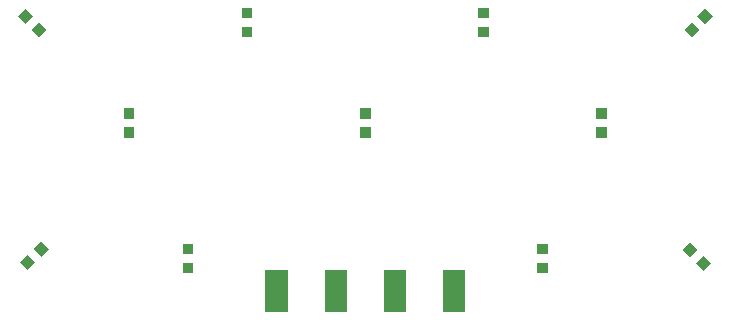
<source format=gts>
G04 #@! TF.GenerationSoftware,KiCad,Pcbnew,(5.0.2)-1*
G04 #@! TF.CreationDate,2019-01-07T22:52:12+09:00*
G04 #@! TF.ProjectId,Grass,47726173-732e-46b6-9963-61645f706362,rev?*
G04 #@! TF.SameCoordinates,Original*
G04 #@! TF.FileFunction,Soldermask,Top*
G04 #@! TF.FilePolarity,Negative*
%FSLAX46Y46*%
G04 Gerber Fmt 4.6, Leading zero omitted, Abs format (unit mm)*
G04 Created by KiCad (PCBNEW (5.0.2)-1) date 2019/01/07 22:52:12*
%MOMM*%
%LPD*%
G01*
G04 APERTURE LIST*
%ADD10C,0.100000*%
G04 APERTURE END LIST*
D10*
G36*
X128451000Y-152751000D02*
X126549000Y-152751000D01*
X126549000Y-149249000D01*
X128451000Y-149249000D01*
X128451000Y-152751000D01*
X128451000Y-152751000D01*
G37*
G36*
X123451000Y-152751000D02*
X121549000Y-152751000D01*
X121549000Y-149249000D01*
X123451000Y-149249000D01*
X123451000Y-152751000D01*
X123451000Y-152751000D01*
G37*
G36*
X138451000Y-152751000D02*
X136549000Y-152751000D01*
X136549000Y-149249000D01*
X138451000Y-149249000D01*
X138451000Y-152751000D01*
X138451000Y-152751000D01*
G37*
G36*
X133451000Y-152751000D02*
X131549000Y-152751000D01*
X131549000Y-149249000D01*
X133451000Y-149249000D01*
X133451000Y-152751000D01*
X133451000Y-152751000D01*
G37*
G36*
X115451000Y-149501000D02*
X114549000Y-149501000D01*
X114549000Y-148599000D01*
X115451000Y-148599000D01*
X115451000Y-149501000D01*
X115451000Y-149501000D01*
G37*
G36*
X145451000Y-149501000D02*
X144549000Y-149501000D01*
X144549000Y-148599000D01*
X145451000Y-148599000D01*
X145451000Y-149501000D01*
X145451000Y-149501000D01*
G37*
G36*
X159269181Y-148631370D02*
X158631370Y-149269181D01*
X157993559Y-148631370D01*
X158631370Y-147993559D01*
X159269181Y-148631370D01*
X159269181Y-148631370D01*
G37*
G36*
X102072126Y-148565685D02*
X101434315Y-149203496D01*
X100796504Y-148565685D01*
X101434315Y-147927874D01*
X102072126Y-148565685D01*
X102072126Y-148565685D01*
G37*
G36*
X158137811Y-147500000D02*
X157500000Y-148137811D01*
X156862189Y-147500000D01*
X157500000Y-146862189D01*
X158137811Y-147500000D01*
X158137811Y-147500000D01*
G37*
G36*
X103203496Y-147434315D02*
X102565685Y-148072126D01*
X101927874Y-147434315D01*
X102565685Y-146796504D01*
X103203496Y-147434315D01*
X103203496Y-147434315D01*
G37*
G36*
X145451000Y-147901000D02*
X144549000Y-147901000D01*
X144549000Y-146999000D01*
X145451000Y-146999000D01*
X145451000Y-147901000D01*
X145451000Y-147901000D01*
G37*
G36*
X115451000Y-147901000D02*
X114549000Y-147901000D01*
X114549000Y-146999000D01*
X115451000Y-146999000D01*
X115451000Y-147901000D01*
X115451000Y-147901000D01*
G37*
G36*
X150451000Y-138001000D02*
X149549000Y-138001000D01*
X149549000Y-137099000D01*
X150451000Y-137099000D01*
X150451000Y-138001000D01*
X150451000Y-138001000D01*
G37*
G36*
X110451000Y-138001000D02*
X109549000Y-138001000D01*
X109549000Y-137099000D01*
X110451000Y-137099000D01*
X110451000Y-138001000D01*
X110451000Y-138001000D01*
G37*
G36*
X130451000Y-138001000D02*
X129549000Y-138001000D01*
X129549000Y-137099000D01*
X130451000Y-137099000D01*
X130451000Y-138001000D01*
X130451000Y-138001000D01*
G37*
G36*
X130451000Y-136401000D02*
X129549000Y-136401000D01*
X129549000Y-135499000D01*
X130451000Y-135499000D01*
X130451000Y-136401000D01*
X130451000Y-136401000D01*
G37*
G36*
X150451000Y-136401000D02*
X149549000Y-136401000D01*
X149549000Y-135499000D01*
X150451000Y-135499000D01*
X150451000Y-136401000D01*
X150451000Y-136401000D01*
G37*
G36*
X110451000Y-136401000D02*
X109549000Y-136401000D01*
X109549000Y-135499000D01*
X110451000Y-135499000D01*
X110451000Y-136401000D01*
X110451000Y-136401000D01*
G37*
G36*
X103003496Y-128865685D02*
X102365685Y-129503496D01*
X101727874Y-128865685D01*
X102365685Y-128227874D01*
X103003496Y-128865685D01*
X103003496Y-128865685D01*
G37*
G36*
X158272126Y-128865685D02*
X157634315Y-129503496D01*
X156996504Y-128865685D01*
X157634315Y-128227874D01*
X158272126Y-128865685D01*
X158272126Y-128865685D01*
G37*
G36*
X140451000Y-129501000D02*
X139549000Y-129501000D01*
X139549000Y-128599000D01*
X140451000Y-128599000D01*
X140451000Y-129501000D01*
X140451000Y-129501000D01*
G37*
G36*
X120451000Y-129501000D02*
X119549000Y-129501000D01*
X119549000Y-128599000D01*
X120451000Y-128599000D01*
X120451000Y-129501000D01*
X120451000Y-129501000D01*
G37*
G36*
X101872126Y-127734315D02*
X101234315Y-128372126D01*
X100596504Y-127734315D01*
X101234315Y-127096504D01*
X101872126Y-127734315D01*
X101872126Y-127734315D01*
G37*
G36*
X159403496Y-127734315D02*
X158765685Y-128372126D01*
X158127874Y-127734315D01*
X158765685Y-127096504D01*
X159403496Y-127734315D01*
X159403496Y-127734315D01*
G37*
G36*
X140451000Y-127901000D02*
X139549000Y-127901000D01*
X139549000Y-126999000D01*
X140451000Y-126999000D01*
X140451000Y-127901000D01*
X140451000Y-127901000D01*
G37*
G36*
X120451000Y-127901000D02*
X119549000Y-127901000D01*
X119549000Y-126999000D01*
X120451000Y-126999000D01*
X120451000Y-127901000D01*
X120451000Y-127901000D01*
G37*
M02*

</source>
